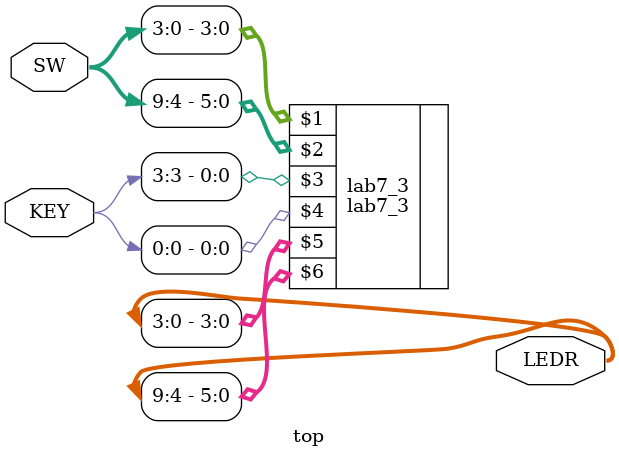
<source format=v>

module top (SW, KEY, LEDR);

    input wire [9:0] SW;        // DE-series switches
    input wire [3:0] KEY;       // DE-series pushbuttons

    output wire [9:0] LEDR;     // DE-series LEDs   

    lab7_3 lab7_3 (SW[3:0], SW[9:4], KEY[3], KEY[0], LEDR[3:0], LEDR[9:4]);
 
endmodule


</source>
